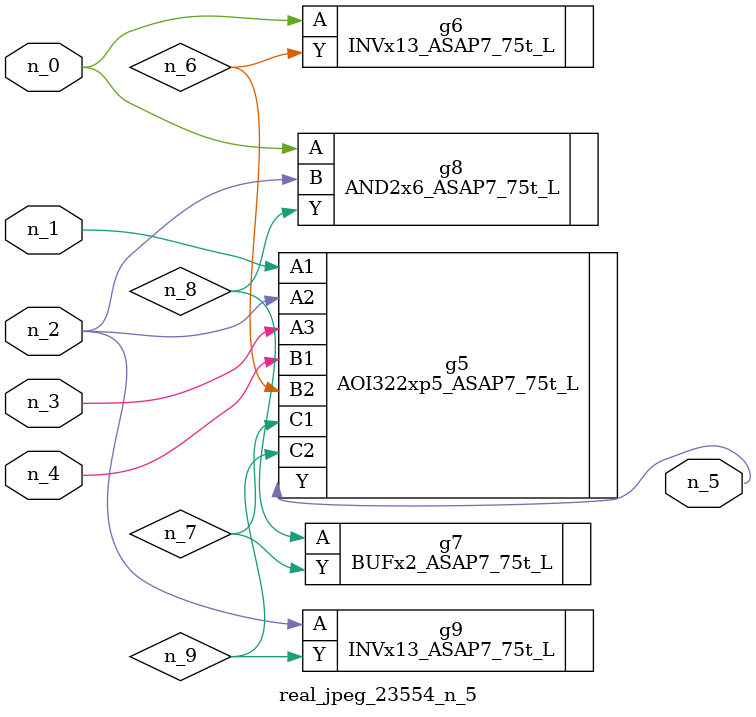
<source format=v>
module real_jpeg_23554_n_5 (n_4, n_0, n_1, n_2, n_3, n_5);

input n_4;
input n_0;
input n_1;
input n_2;
input n_3;

output n_5;

wire n_8;
wire n_6;
wire n_7;
wire n_9;

INVx13_ASAP7_75t_L g6 ( 
.A(n_0),
.Y(n_6)
);

AND2x6_ASAP7_75t_L g8 ( 
.A(n_0),
.B(n_2),
.Y(n_8)
);

AOI322xp5_ASAP7_75t_L g5 ( 
.A1(n_1),
.A2(n_2),
.A3(n_3),
.B1(n_4),
.B2(n_6),
.C1(n_7),
.C2(n_9),
.Y(n_5)
);

INVx13_ASAP7_75t_L g9 ( 
.A(n_2),
.Y(n_9)
);

BUFx2_ASAP7_75t_L g7 ( 
.A(n_8),
.Y(n_7)
);


endmodule
</source>
